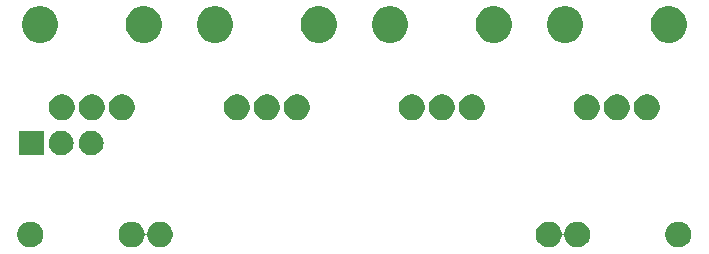
<source format=gbr>
G04 #@! TF.GenerationSoftware,KiCad,Pcbnew,(5.0.1)-4*
G04 #@! TF.CreationDate,2019-01-08T00:24:24+01:00*
G04 #@! TF.ProjectId,1U ADSR,315520414453522E6B696361645F7063,rev?*
G04 #@! TF.SameCoordinates,Original*
G04 #@! TF.FileFunction,Soldermask,Bot*
G04 #@! TF.FilePolarity,Negative*
%FSLAX46Y46*%
G04 Gerber Fmt 4.6, Leading zero omitted, Abs format (unit mm)*
G04 Created by KiCad (PCBNEW (5.0.1)-4) date 01/08/19 00:24:24*
%MOMM*%
%LPD*%
G01*
G04 APERTURE LIST*
%ADD10C,0.100000*%
G04 APERTURE END LIST*
D10*
G36*
X70117783Y-54194772D02*
X70316550Y-54277104D01*
X70495439Y-54396634D01*
X70647566Y-54548761D01*
X70767096Y-54727650D01*
X70849428Y-54926417D01*
X70883102Y-55095709D01*
X70890215Y-55119158D01*
X70901766Y-55140769D01*
X70917312Y-55159711D01*
X70936254Y-55175257D01*
X70957864Y-55186808D01*
X70981314Y-55193921D01*
X71005700Y-55196323D01*
X71030086Y-55193921D01*
X71053535Y-55186808D01*
X71075146Y-55175257D01*
X71094088Y-55159711D01*
X71109634Y-55140769D01*
X71121185Y-55119159D01*
X71128298Y-55095709D01*
X71161972Y-54926417D01*
X71244304Y-54727650D01*
X71363834Y-54548761D01*
X71515961Y-54396634D01*
X71694850Y-54277104D01*
X71893617Y-54194772D01*
X72104626Y-54152800D01*
X72319774Y-54152800D01*
X72530783Y-54194772D01*
X72729550Y-54277104D01*
X72908439Y-54396634D01*
X73060566Y-54548761D01*
X73180096Y-54727650D01*
X73262428Y-54926417D01*
X73304400Y-55137426D01*
X73304400Y-55352574D01*
X73262428Y-55563583D01*
X73180096Y-55762350D01*
X73060566Y-55941239D01*
X72908439Y-56093366D01*
X72729550Y-56212896D01*
X72530783Y-56295228D01*
X72319774Y-56337200D01*
X72104626Y-56337200D01*
X71893617Y-56295228D01*
X71694850Y-56212896D01*
X71515961Y-56093366D01*
X71363834Y-55941239D01*
X71244304Y-55762350D01*
X71161972Y-55563583D01*
X71128298Y-55394291D01*
X71121185Y-55370842D01*
X71109634Y-55349231D01*
X71094088Y-55330289D01*
X71075146Y-55314743D01*
X71053536Y-55303192D01*
X71030086Y-55296079D01*
X71005700Y-55293677D01*
X70981314Y-55296079D01*
X70957865Y-55303192D01*
X70936254Y-55314743D01*
X70917312Y-55330289D01*
X70901766Y-55349231D01*
X70890215Y-55370841D01*
X70883102Y-55394291D01*
X70849428Y-55563583D01*
X70767096Y-55762350D01*
X70647566Y-55941239D01*
X70495439Y-56093366D01*
X70316550Y-56212896D01*
X70117783Y-56295228D01*
X69906774Y-56337200D01*
X69691626Y-56337200D01*
X69480617Y-56295228D01*
X69281850Y-56212896D01*
X69102961Y-56093366D01*
X68950834Y-55941239D01*
X68831304Y-55762350D01*
X68748972Y-55563583D01*
X68707000Y-55352574D01*
X68707000Y-55137426D01*
X68748972Y-54926417D01*
X68831304Y-54727650D01*
X68950834Y-54548761D01*
X69102961Y-54396634D01*
X69281850Y-54277104D01*
X69480617Y-54194772D01*
X69691626Y-54152800D01*
X69906774Y-54152800D01*
X70117783Y-54194772D01*
X70117783Y-54194772D01*
G37*
G36*
X34786383Y-54194772D02*
X34985150Y-54277104D01*
X35164039Y-54396634D01*
X35316166Y-54548761D01*
X35435696Y-54727650D01*
X35518028Y-54926417D01*
X35551702Y-55095709D01*
X35558815Y-55119158D01*
X35570366Y-55140769D01*
X35585912Y-55159711D01*
X35604854Y-55175257D01*
X35626464Y-55186808D01*
X35649914Y-55193921D01*
X35674300Y-55196323D01*
X35698686Y-55193921D01*
X35722135Y-55186808D01*
X35743746Y-55175257D01*
X35762688Y-55159711D01*
X35778234Y-55140769D01*
X35789785Y-55119159D01*
X35796898Y-55095709D01*
X35830572Y-54926417D01*
X35912904Y-54727650D01*
X36032434Y-54548761D01*
X36184561Y-54396634D01*
X36363450Y-54277104D01*
X36562217Y-54194772D01*
X36773226Y-54152800D01*
X36988374Y-54152800D01*
X37199383Y-54194772D01*
X37398150Y-54277104D01*
X37577039Y-54396634D01*
X37729166Y-54548761D01*
X37848696Y-54727650D01*
X37931028Y-54926417D01*
X37973000Y-55137426D01*
X37973000Y-55352574D01*
X37931028Y-55563583D01*
X37848696Y-55762350D01*
X37729166Y-55941239D01*
X37577039Y-56093366D01*
X37398150Y-56212896D01*
X37199383Y-56295228D01*
X36988374Y-56337200D01*
X36773226Y-56337200D01*
X36562217Y-56295228D01*
X36363450Y-56212896D01*
X36184561Y-56093366D01*
X36032434Y-55941239D01*
X35912904Y-55762350D01*
X35830572Y-55563583D01*
X35796898Y-55394291D01*
X35789785Y-55370842D01*
X35778234Y-55349231D01*
X35762688Y-55330289D01*
X35743746Y-55314743D01*
X35722136Y-55303192D01*
X35698686Y-55296079D01*
X35674300Y-55293677D01*
X35649914Y-55296079D01*
X35626465Y-55303192D01*
X35604854Y-55314743D01*
X35585912Y-55330289D01*
X35570366Y-55349231D01*
X35558815Y-55370841D01*
X35551702Y-55394291D01*
X35518028Y-55563583D01*
X35435696Y-55762350D01*
X35316166Y-55941239D01*
X35164039Y-56093366D01*
X34985150Y-56212896D01*
X34786383Y-56295228D01*
X34575374Y-56337200D01*
X34360226Y-56337200D01*
X34149217Y-56295228D01*
X33950450Y-56212896D01*
X33771561Y-56093366D01*
X33619434Y-55941239D01*
X33499904Y-55762350D01*
X33417572Y-55563583D01*
X33375600Y-55352574D01*
X33375600Y-55137426D01*
X33417572Y-54926417D01*
X33499904Y-54727650D01*
X33619434Y-54548761D01*
X33771561Y-54396634D01*
X33950450Y-54277104D01*
X34149217Y-54194772D01*
X34360226Y-54152800D01*
X34575374Y-54152800D01*
X34786383Y-54194772D01*
X34786383Y-54194772D01*
G37*
G36*
X81090583Y-54194772D02*
X81289350Y-54277104D01*
X81468239Y-54396634D01*
X81620366Y-54548761D01*
X81739896Y-54727650D01*
X81822228Y-54926417D01*
X81864200Y-55137426D01*
X81864200Y-55352574D01*
X81822228Y-55563583D01*
X81739896Y-55762350D01*
X81620366Y-55941239D01*
X81468239Y-56093366D01*
X81289350Y-56212896D01*
X81090583Y-56295228D01*
X80879574Y-56337200D01*
X80664426Y-56337200D01*
X80453417Y-56295228D01*
X80254650Y-56212896D01*
X80075761Y-56093366D01*
X79923634Y-55941239D01*
X79804104Y-55762350D01*
X79721772Y-55563583D01*
X79679800Y-55352574D01*
X79679800Y-55137426D01*
X79721772Y-54926417D01*
X79804104Y-54727650D01*
X79923634Y-54548761D01*
X80075761Y-54396634D01*
X80254650Y-54277104D01*
X80453417Y-54194772D01*
X80664426Y-54152800D01*
X80879574Y-54152800D01*
X81090583Y-54194772D01*
X81090583Y-54194772D01*
G37*
G36*
X26226583Y-54194772D02*
X26425350Y-54277104D01*
X26604239Y-54396634D01*
X26756366Y-54548761D01*
X26875896Y-54727650D01*
X26958228Y-54926417D01*
X27000200Y-55137426D01*
X27000200Y-55352574D01*
X26958228Y-55563583D01*
X26875896Y-55762350D01*
X26756366Y-55941239D01*
X26604239Y-56093366D01*
X26425350Y-56212896D01*
X26226583Y-56295228D01*
X26015574Y-56337200D01*
X25800426Y-56337200D01*
X25589417Y-56295228D01*
X25390650Y-56212896D01*
X25211761Y-56093366D01*
X25059634Y-55941239D01*
X24940104Y-55762350D01*
X24857772Y-55563583D01*
X24815800Y-55352574D01*
X24815800Y-55137426D01*
X24857772Y-54926417D01*
X24940104Y-54727650D01*
X25059634Y-54548761D01*
X25211761Y-54396634D01*
X25390650Y-54277104D01*
X25589417Y-54194772D01*
X25800426Y-54152800D01*
X26015574Y-54152800D01*
X26226583Y-54194772D01*
X26226583Y-54194772D01*
G37*
G36*
X31180207Y-46455597D02*
X31257336Y-46463193D01*
X31389287Y-46503220D01*
X31455263Y-46523233D01*
X31637672Y-46620733D01*
X31797554Y-46751946D01*
X31928767Y-46911828D01*
X32026267Y-47094237D01*
X32026267Y-47094238D01*
X32086307Y-47292164D01*
X32106580Y-47498000D01*
X32086307Y-47703836D01*
X32046280Y-47835787D01*
X32026267Y-47901763D01*
X31928767Y-48084172D01*
X31797554Y-48244054D01*
X31637672Y-48375267D01*
X31455263Y-48472767D01*
X31389287Y-48492780D01*
X31257336Y-48532807D01*
X31180207Y-48540403D01*
X31103080Y-48548000D01*
X30999920Y-48548000D01*
X30922793Y-48540403D01*
X30845664Y-48532807D01*
X30713713Y-48492780D01*
X30647737Y-48472767D01*
X30465328Y-48375267D01*
X30305446Y-48244054D01*
X30174233Y-48084172D01*
X30076733Y-47901763D01*
X30056720Y-47835787D01*
X30016693Y-47703836D01*
X29996420Y-47498000D01*
X30016693Y-47292164D01*
X30076733Y-47094238D01*
X30076733Y-47094237D01*
X30174233Y-46911828D01*
X30305446Y-46751946D01*
X30465328Y-46620733D01*
X30647737Y-46523233D01*
X30713713Y-46503220D01*
X30845664Y-46463193D01*
X30922793Y-46455597D01*
X30999920Y-46448000D01*
X31103080Y-46448000D01*
X31180207Y-46455597D01*
X31180207Y-46455597D01*
G37*
G36*
X27021500Y-48548000D02*
X24921500Y-48548000D01*
X24921500Y-46448000D01*
X27021500Y-46448000D01*
X27021500Y-48548000D01*
X27021500Y-48548000D01*
G37*
G36*
X28640207Y-46455597D02*
X28717336Y-46463193D01*
X28849287Y-46503220D01*
X28915263Y-46523233D01*
X29097672Y-46620733D01*
X29257554Y-46751946D01*
X29388767Y-46911828D01*
X29486267Y-47094237D01*
X29486267Y-47094238D01*
X29546307Y-47292164D01*
X29566580Y-47498000D01*
X29546307Y-47703836D01*
X29506280Y-47835787D01*
X29486267Y-47901763D01*
X29388767Y-48084172D01*
X29257554Y-48244054D01*
X29097672Y-48375267D01*
X28915263Y-48472767D01*
X28849287Y-48492780D01*
X28717336Y-48532807D01*
X28640207Y-48540403D01*
X28563080Y-48548000D01*
X28459920Y-48548000D01*
X28382793Y-48540403D01*
X28305664Y-48532807D01*
X28173713Y-48492780D01*
X28107737Y-48472767D01*
X27925328Y-48375267D01*
X27765446Y-48244054D01*
X27634233Y-48084172D01*
X27536733Y-47901763D01*
X27516720Y-47835787D01*
X27476693Y-47703836D01*
X27456420Y-47498000D01*
X27476693Y-47292164D01*
X27536733Y-47094238D01*
X27536733Y-47094237D01*
X27634233Y-46911828D01*
X27765446Y-46751946D01*
X27925328Y-46620733D01*
X28107737Y-46523233D01*
X28173713Y-46503220D01*
X28305664Y-46463193D01*
X28382793Y-46455597D01*
X28459920Y-46448000D01*
X28563080Y-46448000D01*
X28640207Y-46455597D01*
X28640207Y-46455597D01*
G37*
G36*
X31436191Y-43417880D02*
X31636688Y-43500929D01*
X31817130Y-43621496D01*
X31970584Y-43774950D01*
X32091151Y-43955392D01*
X32174200Y-44155889D01*
X32216537Y-44368735D01*
X32216537Y-44585751D01*
X32174200Y-44798597D01*
X32091151Y-44999094D01*
X31970584Y-45179536D01*
X31817130Y-45332990D01*
X31636688Y-45453557D01*
X31436191Y-45536606D01*
X31223345Y-45578943D01*
X31006329Y-45578943D01*
X30793483Y-45536606D01*
X30592986Y-45453557D01*
X30412544Y-45332990D01*
X30259090Y-45179536D01*
X30138523Y-44999094D01*
X30055474Y-44798597D01*
X30013137Y-44585751D01*
X30013137Y-44368735D01*
X30055474Y-44155889D01*
X30138523Y-43955392D01*
X30259090Y-43774950D01*
X30412544Y-43621496D01*
X30592986Y-43500929D01*
X30793483Y-43417880D01*
X31006329Y-43375543D01*
X31223345Y-43375543D01*
X31436191Y-43417880D01*
X31436191Y-43417880D01*
G37*
G36*
X33976191Y-43417880D02*
X34176688Y-43500929D01*
X34357130Y-43621496D01*
X34510584Y-43774950D01*
X34631151Y-43955392D01*
X34714200Y-44155889D01*
X34756537Y-44368735D01*
X34756537Y-44585751D01*
X34714200Y-44798597D01*
X34631151Y-44999094D01*
X34510584Y-45179536D01*
X34357130Y-45332990D01*
X34176688Y-45453557D01*
X33976191Y-45536606D01*
X33763345Y-45578943D01*
X33546329Y-45578943D01*
X33333483Y-45536606D01*
X33132986Y-45453557D01*
X32952544Y-45332990D01*
X32799090Y-45179536D01*
X32678523Y-44999094D01*
X32595474Y-44798597D01*
X32553137Y-44585751D01*
X32553137Y-44368735D01*
X32595474Y-44155889D01*
X32678523Y-43955392D01*
X32799090Y-43774950D01*
X32952544Y-43621496D01*
X33132986Y-43500929D01*
X33333483Y-43417880D01*
X33546329Y-43375543D01*
X33763345Y-43375543D01*
X33976191Y-43417880D01*
X33976191Y-43417880D01*
G37*
G36*
X43712857Y-43417880D02*
X43913354Y-43500929D01*
X44093796Y-43621496D01*
X44247250Y-43774950D01*
X44367817Y-43955392D01*
X44450866Y-44155889D01*
X44493203Y-44368735D01*
X44493203Y-44585751D01*
X44450866Y-44798597D01*
X44367817Y-44999094D01*
X44247250Y-45179536D01*
X44093796Y-45332990D01*
X43913354Y-45453557D01*
X43712857Y-45536606D01*
X43500011Y-45578943D01*
X43282995Y-45578943D01*
X43070149Y-45536606D01*
X42869652Y-45453557D01*
X42689210Y-45332990D01*
X42535756Y-45179536D01*
X42415189Y-44999094D01*
X42332140Y-44798597D01*
X42289803Y-44585751D01*
X42289803Y-44368735D01*
X42332140Y-44155889D01*
X42415189Y-43955392D01*
X42535756Y-43774950D01*
X42689210Y-43621496D01*
X42869652Y-43500929D01*
X43070149Y-43417880D01*
X43282995Y-43375543D01*
X43500011Y-43375543D01*
X43712857Y-43417880D01*
X43712857Y-43417880D01*
G37*
G36*
X28896191Y-43417880D02*
X29096688Y-43500929D01*
X29277130Y-43621496D01*
X29430584Y-43774950D01*
X29551151Y-43955392D01*
X29634200Y-44155889D01*
X29676537Y-44368735D01*
X29676537Y-44585751D01*
X29634200Y-44798597D01*
X29551151Y-44999094D01*
X29430584Y-45179536D01*
X29277130Y-45332990D01*
X29096688Y-45453557D01*
X28896191Y-45536606D01*
X28683345Y-45578943D01*
X28466329Y-45578943D01*
X28253483Y-45536606D01*
X28052986Y-45453557D01*
X27872544Y-45332990D01*
X27719090Y-45179536D01*
X27598523Y-44999094D01*
X27515474Y-44798597D01*
X27473137Y-44585751D01*
X27473137Y-44368735D01*
X27515474Y-44155889D01*
X27598523Y-43955392D01*
X27719090Y-43774950D01*
X27872544Y-43621496D01*
X28052986Y-43500929D01*
X28253483Y-43417880D01*
X28466329Y-43375543D01*
X28683345Y-43375543D01*
X28896191Y-43417880D01*
X28896191Y-43417880D01*
G37*
G36*
X78426191Y-43417880D02*
X78626688Y-43500929D01*
X78807130Y-43621496D01*
X78960584Y-43774950D01*
X79081151Y-43955392D01*
X79164200Y-44155889D01*
X79206537Y-44368735D01*
X79206537Y-44585751D01*
X79164200Y-44798597D01*
X79081151Y-44999094D01*
X78960584Y-45179536D01*
X78807130Y-45332990D01*
X78626688Y-45453557D01*
X78426191Y-45536606D01*
X78213345Y-45578943D01*
X77996329Y-45578943D01*
X77783483Y-45536606D01*
X77582986Y-45453557D01*
X77402544Y-45332990D01*
X77249090Y-45179536D01*
X77128523Y-44999094D01*
X77045474Y-44798597D01*
X77003137Y-44585751D01*
X77003137Y-44368735D01*
X77045474Y-44155889D01*
X77128523Y-43955392D01*
X77249090Y-43774950D01*
X77402544Y-43621496D01*
X77582986Y-43500929D01*
X77783483Y-43417880D01*
X77996329Y-43375543D01*
X78213345Y-43375543D01*
X78426191Y-43417880D01*
X78426191Y-43417880D01*
G37*
G36*
X48792857Y-43417880D02*
X48993354Y-43500929D01*
X49173796Y-43621496D01*
X49327250Y-43774950D01*
X49447817Y-43955392D01*
X49530866Y-44155889D01*
X49573203Y-44368735D01*
X49573203Y-44585751D01*
X49530866Y-44798597D01*
X49447817Y-44999094D01*
X49327250Y-45179536D01*
X49173796Y-45332990D01*
X48993354Y-45453557D01*
X48792857Y-45536606D01*
X48580011Y-45578943D01*
X48362995Y-45578943D01*
X48150149Y-45536606D01*
X47949652Y-45453557D01*
X47769210Y-45332990D01*
X47615756Y-45179536D01*
X47495189Y-44999094D01*
X47412140Y-44798597D01*
X47369803Y-44585751D01*
X47369803Y-44368735D01*
X47412140Y-44155889D01*
X47495189Y-43955392D01*
X47615756Y-43774950D01*
X47769210Y-43621496D01*
X47949652Y-43500929D01*
X48150149Y-43417880D01*
X48362995Y-43375543D01*
X48580011Y-43375543D01*
X48792857Y-43417880D01*
X48792857Y-43417880D01*
G37*
G36*
X63609523Y-43417880D02*
X63810020Y-43500929D01*
X63990462Y-43621496D01*
X64143916Y-43774950D01*
X64264483Y-43955392D01*
X64347532Y-44155889D01*
X64389869Y-44368735D01*
X64389869Y-44585751D01*
X64347532Y-44798597D01*
X64264483Y-44999094D01*
X64143916Y-45179536D01*
X63990462Y-45332990D01*
X63810020Y-45453557D01*
X63609523Y-45536606D01*
X63396677Y-45578943D01*
X63179661Y-45578943D01*
X62966815Y-45536606D01*
X62766318Y-45453557D01*
X62585876Y-45332990D01*
X62432422Y-45179536D01*
X62311855Y-44999094D01*
X62228806Y-44798597D01*
X62186469Y-44585751D01*
X62186469Y-44368735D01*
X62228806Y-44155889D01*
X62311855Y-43955392D01*
X62432422Y-43774950D01*
X62585876Y-43621496D01*
X62766318Y-43500929D01*
X62966815Y-43417880D01*
X63179661Y-43375543D01*
X63396677Y-43375543D01*
X63609523Y-43417880D01*
X63609523Y-43417880D01*
G37*
G36*
X61069523Y-43417880D02*
X61270020Y-43500929D01*
X61450462Y-43621496D01*
X61603916Y-43774950D01*
X61724483Y-43955392D01*
X61807532Y-44155889D01*
X61849869Y-44368735D01*
X61849869Y-44585751D01*
X61807532Y-44798597D01*
X61724483Y-44999094D01*
X61603916Y-45179536D01*
X61450462Y-45332990D01*
X61270020Y-45453557D01*
X61069523Y-45536606D01*
X60856677Y-45578943D01*
X60639661Y-45578943D01*
X60426815Y-45536606D01*
X60226318Y-45453557D01*
X60045876Y-45332990D01*
X59892422Y-45179536D01*
X59771855Y-44999094D01*
X59688806Y-44798597D01*
X59646469Y-44585751D01*
X59646469Y-44368735D01*
X59688806Y-44155889D01*
X59771855Y-43955392D01*
X59892422Y-43774950D01*
X60045876Y-43621496D01*
X60226318Y-43500929D01*
X60426815Y-43417880D01*
X60639661Y-43375543D01*
X60856677Y-43375543D01*
X61069523Y-43417880D01*
X61069523Y-43417880D01*
G37*
G36*
X75886191Y-43417880D02*
X76086688Y-43500929D01*
X76267130Y-43621496D01*
X76420584Y-43774950D01*
X76541151Y-43955392D01*
X76624200Y-44155889D01*
X76666537Y-44368735D01*
X76666537Y-44585751D01*
X76624200Y-44798597D01*
X76541151Y-44999094D01*
X76420584Y-45179536D01*
X76267130Y-45332990D01*
X76086688Y-45453557D01*
X75886191Y-45536606D01*
X75673345Y-45578943D01*
X75456329Y-45578943D01*
X75243483Y-45536606D01*
X75042986Y-45453557D01*
X74862544Y-45332990D01*
X74709090Y-45179536D01*
X74588523Y-44999094D01*
X74505474Y-44798597D01*
X74463137Y-44585751D01*
X74463137Y-44368735D01*
X74505474Y-44155889D01*
X74588523Y-43955392D01*
X74709090Y-43774950D01*
X74862544Y-43621496D01*
X75042986Y-43500929D01*
X75243483Y-43417880D01*
X75456329Y-43375543D01*
X75673345Y-43375543D01*
X75886191Y-43417880D01*
X75886191Y-43417880D01*
G37*
G36*
X73346191Y-43417880D02*
X73546688Y-43500929D01*
X73727130Y-43621496D01*
X73880584Y-43774950D01*
X74001151Y-43955392D01*
X74084200Y-44155889D01*
X74126537Y-44368735D01*
X74126537Y-44585751D01*
X74084200Y-44798597D01*
X74001151Y-44999094D01*
X73880584Y-45179536D01*
X73727130Y-45332990D01*
X73546688Y-45453557D01*
X73346191Y-45536606D01*
X73133345Y-45578943D01*
X72916329Y-45578943D01*
X72703483Y-45536606D01*
X72502986Y-45453557D01*
X72322544Y-45332990D01*
X72169090Y-45179536D01*
X72048523Y-44999094D01*
X71965474Y-44798597D01*
X71923137Y-44585751D01*
X71923137Y-44368735D01*
X71965474Y-44155889D01*
X72048523Y-43955392D01*
X72169090Y-43774950D01*
X72322544Y-43621496D01*
X72502986Y-43500929D01*
X72703483Y-43417880D01*
X72916329Y-43375543D01*
X73133345Y-43375543D01*
X73346191Y-43417880D01*
X73346191Y-43417880D01*
G37*
G36*
X58529523Y-43417880D02*
X58730020Y-43500929D01*
X58910462Y-43621496D01*
X59063916Y-43774950D01*
X59184483Y-43955392D01*
X59267532Y-44155889D01*
X59309869Y-44368735D01*
X59309869Y-44585751D01*
X59267532Y-44798597D01*
X59184483Y-44999094D01*
X59063916Y-45179536D01*
X58910462Y-45332990D01*
X58730020Y-45453557D01*
X58529523Y-45536606D01*
X58316677Y-45578943D01*
X58099661Y-45578943D01*
X57886815Y-45536606D01*
X57686318Y-45453557D01*
X57505876Y-45332990D01*
X57352422Y-45179536D01*
X57231855Y-44999094D01*
X57148806Y-44798597D01*
X57106469Y-44585751D01*
X57106469Y-44368735D01*
X57148806Y-44155889D01*
X57231855Y-43955392D01*
X57352422Y-43774950D01*
X57505876Y-43621496D01*
X57686318Y-43500929D01*
X57886815Y-43417880D01*
X58099661Y-43375543D01*
X58316677Y-43375543D01*
X58529523Y-43417880D01*
X58529523Y-43417880D01*
G37*
G36*
X46252857Y-43417880D02*
X46453354Y-43500929D01*
X46633796Y-43621496D01*
X46787250Y-43774950D01*
X46907817Y-43955392D01*
X46990866Y-44155889D01*
X47033203Y-44368735D01*
X47033203Y-44585751D01*
X46990866Y-44798597D01*
X46907817Y-44999094D01*
X46787250Y-45179536D01*
X46633796Y-45332990D01*
X46453354Y-45453557D01*
X46252857Y-45536606D01*
X46040011Y-45578943D01*
X45822995Y-45578943D01*
X45610149Y-45536606D01*
X45409652Y-45453557D01*
X45229210Y-45332990D01*
X45075756Y-45179536D01*
X44955189Y-44999094D01*
X44872140Y-44798597D01*
X44829803Y-44585751D01*
X44829803Y-44368735D01*
X44872140Y-44155889D01*
X44955189Y-43955392D01*
X45075756Y-43774950D01*
X45229210Y-43621496D01*
X45409652Y-43500929D01*
X45610149Y-43417880D01*
X45822995Y-43375543D01*
X46040011Y-43375543D01*
X46252857Y-43417880D01*
X46252857Y-43417880D01*
G37*
G36*
X56801274Y-35992274D02*
X57080354Y-36107873D01*
X57328174Y-36273462D01*
X57331521Y-36275698D01*
X57545114Y-36489291D01*
X57712940Y-36740460D01*
X57828538Y-37019538D01*
X57887469Y-37315805D01*
X57887469Y-37617881D01*
X57828538Y-37914148D01*
X57712940Y-38193226D01*
X57545114Y-38444395D01*
X57331521Y-38657988D01*
X57331518Y-38657990D01*
X57080354Y-38825813D01*
X57080353Y-38825814D01*
X57080352Y-38825814D01*
X56801274Y-38941412D01*
X56505007Y-39000343D01*
X56202931Y-39000343D01*
X55906664Y-38941412D01*
X55627586Y-38825814D01*
X55627585Y-38825814D01*
X55627584Y-38825813D01*
X55376420Y-38657990D01*
X55376417Y-38657988D01*
X55162824Y-38444395D01*
X54994998Y-38193226D01*
X54879400Y-37914148D01*
X54820469Y-37617881D01*
X54820469Y-37315805D01*
X54879400Y-37019538D01*
X54994998Y-36740460D01*
X55162824Y-36489291D01*
X55376417Y-36275698D01*
X55379764Y-36273462D01*
X55627584Y-36107873D01*
X55906664Y-35992274D01*
X56202931Y-35933343D01*
X56505007Y-35933343D01*
X56801274Y-35992274D01*
X56801274Y-35992274D01*
G37*
G36*
X27167942Y-35992274D02*
X27447022Y-36107873D01*
X27694842Y-36273462D01*
X27698189Y-36275698D01*
X27911782Y-36489291D01*
X28079608Y-36740460D01*
X28195206Y-37019538D01*
X28254137Y-37315805D01*
X28254137Y-37617881D01*
X28195206Y-37914148D01*
X28079608Y-38193226D01*
X27911782Y-38444395D01*
X27698189Y-38657988D01*
X27698186Y-38657990D01*
X27447022Y-38825813D01*
X27447021Y-38825814D01*
X27447020Y-38825814D01*
X27167942Y-38941412D01*
X26871675Y-39000343D01*
X26569599Y-39000343D01*
X26273332Y-38941412D01*
X25994254Y-38825814D01*
X25994253Y-38825814D01*
X25994252Y-38825813D01*
X25743088Y-38657990D01*
X25743085Y-38657988D01*
X25529492Y-38444395D01*
X25361666Y-38193226D01*
X25246068Y-37914148D01*
X25187137Y-37617881D01*
X25187137Y-37315805D01*
X25246068Y-37019538D01*
X25361666Y-36740460D01*
X25529492Y-36489291D01*
X25743085Y-36275698D01*
X25746432Y-36273462D01*
X25994252Y-36107873D01*
X26273332Y-35992274D01*
X26569599Y-35933343D01*
X26871675Y-35933343D01*
X27167942Y-35992274D01*
X27167942Y-35992274D01*
G37*
G36*
X41984608Y-35992274D02*
X42263688Y-36107873D01*
X42511508Y-36273462D01*
X42514855Y-36275698D01*
X42728448Y-36489291D01*
X42896274Y-36740460D01*
X43011872Y-37019538D01*
X43070803Y-37315805D01*
X43070803Y-37617881D01*
X43011872Y-37914148D01*
X42896274Y-38193226D01*
X42728448Y-38444395D01*
X42514855Y-38657988D01*
X42514852Y-38657990D01*
X42263688Y-38825813D01*
X42263687Y-38825814D01*
X42263686Y-38825814D01*
X41984608Y-38941412D01*
X41688341Y-39000343D01*
X41386265Y-39000343D01*
X41089998Y-38941412D01*
X40810920Y-38825814D01*
X40810919Y-38825814D01*
X40810918Y-38825813D01*
X40559754Y-38657990D01*
X40559751Y-38657988D01*
X40346158Y-38444395D01*
X40178332Y-38193226D01*
X40062734Y-37914148D01*
X40003803Y-37617881D01*
X40003803Y-37315805D01*
X40062734Y-37019538D01*
X40178332Y-36740460D01*
X40346158Y-36489291D01*
X40559751Y-36275698D01*
X40563098Y-36273462D01*
X40810918Y-36107873D01*
X41089998Y-35992274D01*
X41386265Y-35933343D01*
X41688341Y-35933343D01*
X41984608Y-35992274D01*
X41984608Y-35992274D01*
G37*
G36*
X50773008Y-35992274D02*
X51052088Y-36107873D01*
X51299908Y-36273462D01*
X51303255Y-36275698D01*
X51516848Y-36489291D01*
X51684674Y-36740460D01*
X51800272Y-37019538D01*
X51859203Y-37315805D01*
X51859203Y-37617881D01*
X51800272Y-37914148D01*
X51684674Y-38193226D01*
X51516848Y-38444395D01*
X51303255Y-38657988D01*
X51303252Y-38657990D01*
X51052088Y-38825813D01*
X51052087Y-38825814D01*
X51052086Y-38825814D01*
X50773008Y-38941412D01*
X50476741Y-39000343D01*
X50174665Y-39000343D01*
X49878398Y-38941412D01*
X49599320Y-38825814D01*
X49599319Y-38825814D01*
X49599318Y-38825813D01*
X49348154Y-38657990D01*
X49348151Y-38657988D01*
X49134558Y-38444395D01*
X48966732Y-38193226D01*
X48851134Y-37914148D01*
X48792203Y-37617881D01*
X48792203Y-37315805D01*
X48851134Y-37019538D01*
X48966732Y-36740460D01*
X49134558Y-36489291D01*
X49348151Y-36275698D01*
X49351498Y-36273462D01*
X49599318Y-36107873D01*
X49878398Y-35992274D01*
X50174665Y-35933343D01*
X50476741Y-35933343D01*
X50773008Y-35992274D01*
X50773008Y-35992274D01*
G37*
G36*
X35956342Y-35992274D02*
X36235422Y-36107873D01*
X36483242Y-36273462D01*
X36486589Y-36275698D01*
X36700182Y-36489291D01*
X36868008Y-36740460D01*
X36983606Y-37019538D01*
X37042537Y-37315805D01*
X37042537Y-37617881D01*
X36983606Y-37914148D01*
X36868008Y-38193226D01*
X36700182Y-38444395D01*
X36486589Y-38657988D01*
X36486586Y-38657990D01*
X36235422Y-38825813D01*
X36235421Y-38825814D01*
X36235420Y-38825814D01*
X35956342Y-38941412D01*
X35660075Y-39000343D01*
X35357999Y-39000343D01*
X35061732Y-38941412D01*
X34782654Y-38825814D01*
X34782653Y-38825814D01*
X34782652Y-38825813D01*
X34531488Y-38657990D01*
X34531485Y-38657988D01*
X34317892Y-38444395D01*
X34150066Y-38193226D01*
X34034468Y-37914148D01*
X33975537Y-37617881D01*
X33975537Y-37315805D01*
X34034468Y-37019538D01*
X34150066Y-36740460D01*
X34317892Y-36489291D01*
X34531485Y-36275698D01*
X34534832Y-36273462D01*
X34782652Y-36107873D01*
X35061732Y-35992274D01*
X35357999Y-35933343D01*
X35660075Y-35933343D01*
X35956342Y-35992274D01*
X35956342Y-35992274D01*
G37*
G36*
X65589674Y-35992274D02*
X65868754Y-36107873D01*
X66116574Y-36273462D01*
X66119921Y-36275698D01*
X66333514Y-36489291D01*
X66501340Y-36740460D01*
X66616938Y-37019538D01*
X66675869Y-37315805D01*
X66675869Y-37617881D01*
X66616938Y-37914148D01*
X66501340Y-38193226D01*
X66333514Y-38444395D01*
X66119921Y-38657988D01*
X66119918Y-38657990D01*
X65868754Y-38825813D01*
X65868753Y-38825814D01*
X65868752Y-38825814D01*
X65589674Y-38941412D01*
X65293407Y-39000343D01*
X64991331Y-39000343D01*
X64695064Y-38941412D01*
X64415986Y-38825814D01*
X64415985Y-38825814D01*
X64415984Y-38825813D01*
X64164820Y-38657990D01*
X64164817Y-38657988D01*
X63951224Y-38444395D01*
X63783398Y-38193226D01*
X63667800Y-37914148D01*
X63608869Y-37617881D01*
X63608869Y-37315805D01*
X63667800Y-37019538D01*
X63783398Y-36740460D01*
X63951224Y-36489291D01*
X64164817Y-36275698D01*
X64168164Y-36273462D01*
X64415984Y-36107873D01*
X64695064Y-35992274D01*
X64991331Y-35933343D01*
X65293407Y-35933343D01*
X65589674Y-35992274D01*
X65589674Y-35992274D01*
G37*
G36*
X80406342Y-35992274D02*
X80685422Y-36107873D01*
X80933242Y-36273462D01*
X80936589Y-36275698D01*
X81150182Y-36489291D01*
X81318008Y-36740460D01*
X81433606Y-37019538D01*
X81492537Y-37315805D01*
X81492537Y-37617881D01*
X81433606Y-37914148D01*
X81318008Y-38193226D01*
X81150182Y-38444395D01*
X80936589Y-38657988D01*
X80936586Y-38657990D01*
X80685422Y-38825813D01*
X80685421Y-38825814D01*
X80685420Y-38825814D01*
X80406342Y-38941412D01*
X80110075Y-39000343D01*
X79807999Y-39000343D01*
X79511732Y-38941412D01*
X79232654Y-38825814D01*
X79232653Y-38825814D01*
X79232652Y-38825813D01*
X78981488Y-38657990D01*
X78981485Y-38657988D01*
X78767892Y-38444395D01*
X78600066Y-38193226D01*
X78484468Y-37914148D01*
X78425537Y-37617881D01*
X78425537Y-37315805D01*
X78484468Y-37019538D01*
X78600066Y-36740460D01*
X78767892Y-36489291D01*
X78981485Y-36275698D01*
X78984832Y-36273462D01*
X79232652Y-36107873D01*
X79511732Y-35992274D01*
X79807999Y-35933343D01*
X80110075Y-35933343D01*
X80406342Y-35992274D01*
X80406342Y-35992274D01*
G37*
G36*
X71617942Y-35992274D02*
X71897022Y-36107873D01*
X72144842Y-36273462D01*
X72148189Y-36275698D01*
X72361782Y-36489291D01*
X72529608Y-36740460D01*
X72645206Y-37019538D01*
X72704137Y-37315805D01*
X72704137Y-37617881D01*
X72645206Y-37914148D01*
X72529608Y-38193226D01*
X72361782Y-38444395D01*
X72148189Y-38657988D01*
X72148186Y-38657990D01*
X71897022Y-38825813D01*
X71897021Y-38825814D01*
X71897020Y-38825814D01*
X71617942Y-38941412D01*
X71321675Y-39000343D01*
X71019599Y-39000343D01*
X70723332Y-38941412D01*
X70444254Y-38825814D01*
X70444253Y-38825814D01*
X70444252Y-38825813D01*
X70193088Y-38657990D01*
X70193085Y-38657988D01*
X69979492Y-38444395D01*
X69811666Y-38193226D01*
X69696068Y-37914148D01*
X69637137Y-37617881D01*
X69637137Y-37315805D01*
X69696068Y-37019538D01*
X69811666Y-36740460D01*
X69979492Y-36489291D01*
X70193085Y-36275698D01*
X70196432Y-36273462D01*
X70444252Y-36107873D01*
X70723332Y-35992274D01*
X71019599Y-35933343D01*
X71321675Y-35933343D01*
X71617942Y-35992274D01*
X71617942Y-35992274D01*
G37*
M02*

</source>
